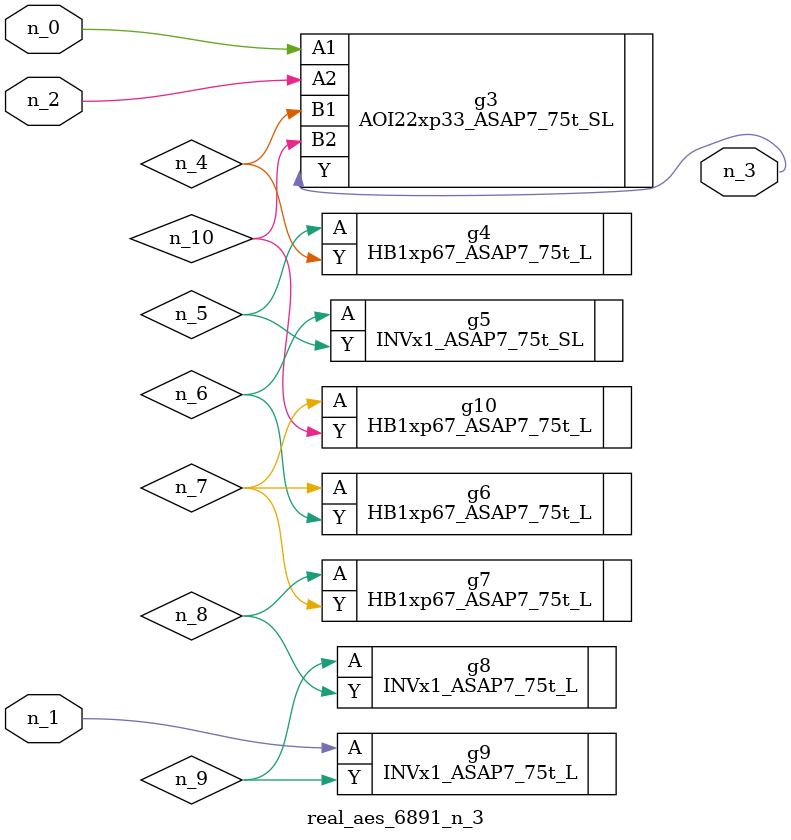
<source format=v>
module real_aes_6891_n_3 (n_0, n_2, n_1, n_3);
input n_0;
input n_2;
input n_1;
output n_3;
wire n_4;
wire n_5;
wire n_7;
wire n_8;
wire n_6;
wire n_9;
wire n_10;
AOI22xp33_ASAP7_75t_SL g3 ( .A1(n_0), .A2(n_2), .B1(n_4), .B2(n_10), .Y(n_3) );
INVx1_ASAP7_75t_L g9 ( .A(n_1), .Y(n_9) );
HB1xp67_ASAP7_75t_L g4 ( .A(n_5), .Y(n_4) );
INVx1_ASAP7_75t_SL g5 ( .A(n_6), .Y(n_5) );
HB1xp67_ASAP7_75t_L g6 ( .A(n_7), .Y(n_6) );
HB1xp67_ASAP7_75t_L g10 ( .A(n_7), .Y(n_10) );
HB1xp67_ASAP7_75t_L g7 ( .A(n_8), .Y(n_7) );
INVx1_ASAP7_75t_L g8 ( .A(n_9), .Y(n_8) );
endmodule
</source>
